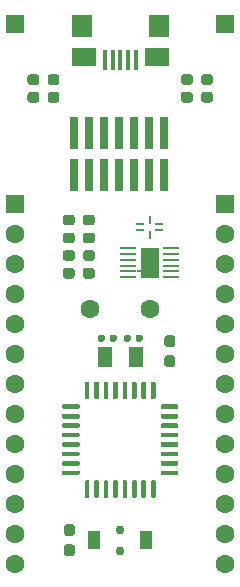
<source format=gts>
G04 #@! TF.GenerationSoftware,KiCad,Pcbnew,(5.1.9-0-10_14)*
G04 #@! TF.CreationDate,2021-06-20T22:22:13+09:00*
G04 #@! TF.ProjectId,EB-STM32L412KB,45422d53-544d-4333-924c-3431324b422e,V1.0*
G04 #@! TF.SameCoordinates,Original*
G04 #@! TF.FileFunction,Soldermask,Top*
G04 #@! TF.FilePolarity,Negative*
%FSLAX46Y46*%
G04 Gerber Fmt 4.6, Leading zero omitted, Abs format (unit mm)*
G04 Created by KiCad (PCBNEW (5.1.9-0-10_14)) date 2021-06-20 22:22:13*
%MOMM*%
%LPD*%
G01*
G04 APERTURE LIST*
%ADD10R,0.650000X2.770000*%
%ADD11C,1.600000*%
%ADD12R,1.600000X1.600000*%
%ADD13R,1.200000X1.800000*%
%ADD14R,1.500000X2.500000*%
%ADD15R,1.400000X0.150000*%
%ADD16R,0.350000X0.150000*%
%ADD17R,0.675000X0.200000*%
%ADD18R,0.200000X0.700000*%
%ADD19R,1.000000X1.600000*%
%ADD20C,0.750000*%
%ADD21R,1.800000X1.900000*%
%ADD22R,2.100000X1.600000*%
%ADD23R,0.300000X1.750000*%
G04 APERTURE END LIST*
D10*
X-3910000Y2422000D03*
X-3910000Y5978000D03*
X-2640000Y2422000D03*
X-2640000Y5978000D03*
X-1370000Y2422000D03*
X-1370000Y5978000D03*
X-100000Y2422000D03*
X-100000Y5978000D03*
X1170000Y2422000D03*
X1170000Y5978000D03*
X2440000Y2422000D03*
X2440000Y5978000D03*
X3710000Y2422000D03*
X3710000Y5978000D03*
D11*
X2540000Y-8890000D03*
X-2540000Y-8890000D03*
D12*
X8890000Y15240000D03*
X-8890000Y15240000D03*
D13*
X1300000Y-13000000D03*
X-1300000Y-13000000D03*
G36*
G01*
X2700000Y-15075000D02*
X2900000Y-15075000D01*
G75*
G02*
X3000000Y-15175000I0J-100000D01*
G01*
X3000000Y-16475000D01*
G75*
G02*
X2900000Y-16575000I-100000J0D01*
G01*
X2700000Y-16575000D01*
G75*
G02*
X2600000Y-16475000I0J100000D01*
G01*
X2600000Y-15175000D01*
G75*
G02*
X2700000Y-15075000I100000J0D01*
G01*
G37*
G36*
G01*
X1900000Y-15075000D02*
X2100000Y-15075000D01*
G75*
G02*
X2200000Y-15175000I0J-100000D01*
G01*
X2200000Y-16475000D01*
G75*
G02*
X2100000Y-16575000I-100000J0D01*
G01*
X1900000Y-16575000D01*
G75*
G02*
X1800000Y-16475000I0J100000D01*
G01*
X1800000Y-15175000D01*
G75*
G02*
X1900000Y-15075000I100000J0D01*
G01*
G37*
G36*
G01*
X1100000Y-15075000D02*
X1300000Y-15075000D01*
G75*
G02*
X1400000Y-15175000I0J-100000D01*
G01*
X1400000Y-16475000D01*
G75*
G02*
X1300000Y-16575000I-100000J0D01*
G01*
X1100000Y-16575000D01*
G75*
G02*
X1000000Y-16475000I0J100000D01*
G01*
X1000000Y-15175000D01*
G75*
G02*
X1100000Y-15075000I100000J0D01*
G01*
G37*
G36*
G01*
X300000Y-15075000D02*
X500000Y-15075000D01*
G75*
G02*
X600000Y-15175000I0J-100000D01*
G01*
X600000Y-16475000D01*
G75*
G02*
X500000Y-16575000I-100000J0D01*
G01*
X300000Y-16575000D01*
G75*
G02*
X200000Y-16475000I0J100000D01*
G01*
X200000Y-15175000D01*
G75*
G02*
X300000Y-15075000I100000J0D01*
G01*
G37*
G36*
G01*
X-500000Y-15075000D02*
X-300000Y-15075000D01*
G75*
G02*
X-200000Y-15175000I0J-100000D01*
G01*
X-200000Y-16475000D01*
G75*
G02*
X-300000Y-16575000I-100000J0D01*
G01*
X-500000Y-16575000D01*
G75*
G02*
X-600000Y-16475000I0J100000D01*
G01*
X-600000Y-15175000D01*
G75*
G02*
X-500000Y-15075000I100000J0D01*
G01*
G37*
G36*
G01*
X-1300000Y-15075000D02*
X-1100000Y-15075000D01*
G75*
G02*
X-1000000Y-15175000I0J-100000D01*
G01*
X-1000000Y-16475000D01*
G75*
G02*
X-1100000Y-16575000I-100000J0D01*
G01*
X-1300000Y-16575000D01*
G75*
G02*
X-1400000Y-16475000I0J100000D01*
G01*
X-1400000Y-15175000D01*
G75*
G02*
X-1300000Y-15075000I100000J0D01*
G01*
G37*
G36*
G01*
X-2100000Y-15075000D02*
X-1900000Y-15075000D01*
G75*
G02*
X-1800000Y-15175000I0J-100000D01*
G01*
X-1800000Y-16475000D01*
G75*
G02*
X-1900000Y-16575000I-100000J0D01*
G01*
X-2100000Y-16575000D01*
G75*
G02*
X-2200000Y-16475000I0J100000D01*
G01*
X-2200000Y-15175000D01*
G75*
G02*
X-2100000Y-15075000I100000J0D01*
G01*
G37*
G36*
G01*
X-2900000Y-15075000D02*
X-2700000Y-15075000D01*
G75*
G02*
X-2600000Y-15175000I0J-100000D01*
G01*
X-2600000Y-16475000D01*
G75*
G02*
X-2700000Y-16575000I-100000J0D01*
G01*
X-2900000Y-16575000D01*
G75*
G02*
X-3000000Y-16475000I0J100000D01*
G01*
X-3000000Y-15175000D01*
G75*
G02*
X-2900000Y-15075000I100000J0D01*
G01*
G37*
G36*
G01*
X-4825000Y-17000000D02*
X-3525000Y-17000000D01*
G75*
G02*
X-3425000Y-17100000I0J-100000D01*
G01*
X-3425000Y-17300000D01*
G75*
G02*
X-3525000Y-17400000I-100000J0D01*
G01*
X-4825000Y-17400000D01*
G75*
G02*
X-4925000Y-17300000I0J100000D01*
G01*
X-4925000Y-17100000D01*
G75*
G02*
X-4825000Y-17000000I100000J0D01*
G01*
G37*
G36*
G01*
X-4825000Y-17800000D02*
X-3525000Y-17800000D01*
G75*
G02*
X-3425000Y-17900000I0J-100000D01*
G01*
X-3425000Y-18100000D01*
G75*
G02*
X-3525000Y-18200000I-100000J0D01*
G01*
X-4825000Y-18200000D01*
G75*
G02*
X-4925000Y-18100000I0J100000D01*
G01*
X-4925000Y-17900000D01*
G75*
G02*
X-4825000Y-17800000I100000J0D01*
G01*
G37*
G36*
G01*
X-4825000Y-18600000D02*
X-3525000Y-18600000D01*
G75*
G02*
X-3425000Y-18700000I0J-100000D01*
G01*
X-3425000Y-18900000D01*
G75*
G02*
X-3525000Y-19000000I-100000J0D01*
G01*
X-4825000Y-19000000D01*
G75*
G02*
X-4925000Y-18900000I0J100000D01*
G01*
X-4925000Y-18700000D01*
G75*
G02*
X-4825000Y-18600000I100000J0D01*
G01*
G37*
G36*
G01*
X-4825000Y-19400000D02*
X-3525000Y-19400000D01*
G75*
G02*
X-3425000Y-19500000I0J-100000D01*
G01*
X-3425000Y-19700000D01*
G75*
G02*
X-3525000Y-19800000I-100000J0D01*
G01*
X-4825000Y-19800000D01*
G75*
G02*
X-4925000Y-19700000I0J100000D01*
G01*
X-4925000Y-19500000D01*
G75*
G02*
X-4825000Y-19400000I100000J0D01*
G01*
G37*
G36*
G01*
X-4825000Y-20200000D02*
X-3525000Y-20200000D01*
G75*
G02*
X-3425000Y-20300000I0J-100000D01*
G01*
X-3425000Y-20500000D01*
G75*
G02*
X-3525000Y-20600000I-100000J0D01*
G01*
X-4825000Y-20600000D01*
G75*
G02*
X-4925000Y-20500000I0J100000D01*
G01*
X-4925000Y-20300000D01*
G75*
G02*
X-4825000Y-20200000I100000J0D01*
G01*
G37*
G36*
G01*
X-4825000Y-21000000D02*
X-3525000Y-21000000D01*
G75*
G02*
X-3425000Y-21100000I0J-100000D01*
G01*
X-3425000Y-21300000D01*
G75*
G02*
X-3525000Y-21400000I-100000J0D01*
G01*
X-4825000Y-21400000D01*
G75*
G02*
X-4925000Y-21300000I0J100000D01*
G01*
X-4925000Y-21100000D01*
G75*
G02*
X-4825000Y-21000000I100000J0D01*
G01*
G37*
G36*
G01*
X-4825000Y-21800000D02*
X-3525000Y-21800000D01*
G75*
G02*
X-3425000Y-21900000I0J-100000D01*
G01*
X-3425000Y-22100000D01*
G75*
G02*
X-3525000Y-22200000I-100000J0D01*
G01*
X-4825000Y-22200000D01*
G75*
G02*
X-4925000Y-22100000I0J100000D01*
G01*
X-4925000Y-21900000D01*
G75*
G02*
X-4825000Y-21800000I100000J0D01*
G01*
G37*
G36*
G01*
X-4825000Y-22600000D02*
X-3525000Y-22600000D01*
G75*
G02*
X-3425000Y-22700000I0J-100000D01*
G01*
X-3425000Y-22900000D01*
G75*
G02*
X-3525000Y-23000000I-100000J0D01*
G01*
X-4825000Y-23000000D01*
G75*
G02*
X-4925000Y-22900000I0J100000D01*
G01*
X-4925000Y-22700000D01*
G75*
G02*
X-4825000Y-22600000I100000J0D01*
G01*
G37*
G36*
G01*
X-2900000Y-23425000D02*
X-2700000Y-23425000D01*
G75*
G02*
X-2600000Y-23525000I0J-100000D01*
G01*
X-2600000Y-24825000D01*
G75*
G02*
X-2700000Y-24925000I-100000J0D01*
G01*
X-2900000Y-24925000D01*
G75*
G02*
X-3000000Y-24825000I0J100000D01*
G01*
X-3000000Y-23525000D01*
G75*
G02*
X-2900000Y-23425000I100000J0D01*
G01*
G37*
G36*
G01*
X-2100000Y-23425000D02*
X-1900000Y-23425000D01*
G75*
G02*
X-1800000Y-23525000I0J-100000D01*
G01*
X-1800000Y-24825000D01*
G75*
G02*
X-1900000Y-24925000I-100000J0D01*
G01*
X-2100000Y-24925000D01*
G75*
G02*
X-2200000Y-24825000I0J100000D01*
G01*
X-2200000Y-23525000D01*
G75*
G02*
X-2100000Y-23425000I100000J0D01*
G01*
G37*
G36*
G01*
X-1300000Y-23425000D02*
X-1100000Y-23425000D01*
G75*
G02*
X-1000000Y-23525000I0J-100000D01*
G01*
X-1000000Y-24825000D01*
G75*
G02*
X-1100000Y-24925000I-100000J0D01*
G01*
X-1300000Y-24925000D01*
G75*
G02*
X-1400000Y-24825000I0J100000D01*
G01*
X-1400000Y-23525000D01*
G75*
G02*
X-1300000Y-23425000I100000J0D01*
G01*
G37*
G36*
G01*
X-500000Y-23425000D02*
X-300000Y-23425000D01*
G75*
G02*
X-200000Y-23525000I0J-100000D01*
G01*
X-200000Y-24825000D01*
G75*
G02*
X-300000Y-24925000I-100000J0D01*
G01*
X-500000Y-24925000D01*
G75*
G02*
X-600000Y-24825000I0J100000D01*
G01*
X-600000Y-23525000D01*
G75*
G02*
X-500000Y-23425000I100000J0D01*
G01*
G37*
G36*
G01*
X300000Y-23425000D02*
X500000Y-23425000D01*
G75*
G02*
X600000Y-23525000I0J-100000D01*
G01*
X600000Y-24825000D01*
G75*
G02*
X500000Y-24925000I-100000J0D01*
G01*
X300000Y-24925000D01*
G75*
G02*
X200000Y-24825000I0J100000D01*
G01*
X200000Y-23525000D01*
G75*
G02*
X300000Y-23425000I100000J0D01*
G01*
G37*
G36*
G01*
X1100000Y-23425000D02*
X1300000Y-23425000D01*
G75*
G02*
X1400000Y-23525000I0J-100000D01*
G01*
X1400000Y-24825000D01*
G75*
G02*
X1300000Y-24925000I-100000J0D01*
G01*
X1100000Y-24925000D01*
G75*
G02*
X1000000Y-24825000I0J100000D01*
G01*
X1000000Y-23525000D01*
G75*
G02*
X1100000Y-23425000I100000J0D01*
G01*
G37*
G36*
G01*
X1900000Y-23425000D02*
X2100000Y-23425000D01*
G75*
G02*
X2200000Y-23525000I0J-100000D01*
G01*
X2200000Y-24825000D01*
G75*
G02*
X2100000Y-24925000I-100000J0D01*
G01*
X1900000Y-24925000D01*
G75*
G02*
X1800000Y-24825000I0J100000D01*
G01*
X1800000Y-23525000D01*
G75*
G02*
X1900000Y-23425000I100000J0D01*
G01*
G37*
G36*
G01*
X2700000Y-23425000D02*
X2900000Y-23425000D01*
G75*
G02*
X3000000Y-23525000I0J-100000D01*
G01*
X3000000Y-24825000D01*
G75*
G02*
X2900000Y-24925000I-100000J0D01*
G01*
X2700000Y-24925000D01*
G75*
G02*
X2600000Y-24825000I0J100000D01*
G01*
X2600000Y-23525000D01*
G75*
G02*
X2700000Y-23425000I100000J0D01*
G01*
G37*
G36*
G01*
X3525000Y-22600000D02*
X4825000Y-22600000D01*
G75*
G02*
X4925000Y-22700000I0J-100000D01*
G01*
X4925000Y-22900000D01*
G75*
G02*
X4825000Y-23000000I-100000J0D01*
G01*
X3525000Y-23000000D01*
G75*
G02*
X3425000Y-22900000I0J100000D01*
G01*
X3425000Y-22700000D01*
G75*
G02*
X3525000Y-22600000I100000J0D01*
G01*
G37*
G36*
G01*
X3525000Y-21800000D02*
X4825000Y-21800000D01*
G75*
G02*
X4925000Y-21900000I0J-100000D01*
G01*
X4925000Y-22100000D01*
G75*
G02*
X4825000Y-22200000I-100000J0D01*
G01*
X3525000Y-22200000D01*
G75*
G02*
X3425000Y-22100000I0J100000D01*
G01*
X3425000Y-21900000D01*
G75*
G02*
X3525000Y-21800000I100000J0D01*
G01*
G37*
G36*
G01*
X3525000Y-21000000D02*
X4825000Y-21000000D01*
G75*
G02*
X4925000Y-21100000I0J-100000D01*
G01*
X4925000Y-21300000D01*
G75*
G02*
X4825000Y-21400000I-100000J0D01*
G01*
X3525000Y-21400000D01*
G75*
G02*
X3425000Y-21300000I0J100000D01*
G01*
X3425000Y-21100000D01*
G75*
G02*
X3525000Y-21000000I100000J0D01*
G01*
G37*
G36*
G01*
X3525000Y-20200000D02*
X4825000Y-20200000D01*
G75*
G02*
X4925000Y-20300000I0J-100000D01*
G01*
X4925000Y-20500000D01*
G75*
G02*
X4825000Y-20600000I-100000J0D01*
G01*
X3525000Y-20600000D01*
G75*
G02*
X3425000Y-20500000I0J100000D01*
G01*
X3425000Y-20300000D01*
G75*
G02*
X3525000Y-20200000I100000J0D01*
G01*
G37*
G36*
G01*
X3525000Y-19400000D02*
X4825000Y-19400000D01*
G75*
G02*
X4925000Y-19500000I0J-100000D01*
G01*
X4925000Y-19700000D01*
G75*
G02*
X4825000Y-19800000I-100000J0D01*
G01*
X3525000Y-19800000D01*
G75*
G02*
X3425000Y-19700000I0J100000D01*
G01*
X3425000Y-19500000D01*
G75*
G02*
X3525000Y-19400000I100000J0D01*
G01*
G37*
G36*
G01*
X3525000Y-18600000D02*
X4825000Y-18600000D01*
G75*
G02*
X4925000Y-18700000I0J-100000D01*
G01*
X4925000Y-18900000D01*
G75*
G02*
X4825000Y-19000000I-100000J0D01*
G01*
X3525000Y-19000000D01*
G75*
G02*
X3425000Y-18900000I0J100000D01*
G01*
X3425000Y-18700000D01*
G75*
G02*
X3525000Y-18600000I100000J0D01*
G01*
G37*
G36*
G01*
X3525000Y-17800000D02*
X4825000Y-17800000D01*
G75*
G02*
X4925000Y-17900000I0J-100000D01*
G01*
X4925000Y-18100000D01*
G75*
G02*
X4825000Y-18200000I-100000J0D01*
G01*
X3525000Y-18200000D01*
G75*
G02*
X3425000Y-18100000I0J100000D01*
G01*
X3425000Y-17900000D01*
G75*
G02*
X3525000Y-17800000I100000J0D01*
G01*
G37*
G36*
G01*
X3525000Y-17000000D02*
X4825000Y-17000000D01*
G75*
G02*
X4925000Y-17100000I0J-100000D01*
G01*
X4925000Y-17300000D01*
G75*
G02*
X4825000Y-17400000I-100000J0D01*
G01*
X3525000Y-17400000D01*
G75*
G02*
X3425000Y-17300000I0J100000D01*
G01*
X3425000Y-17100000D01*
G75*
G02*
X3525000Y-17000000I100000J0D01*
G01*
G37*
D14*
X2500000Y-5000000D03*
D15*
X4300000Y-3750000D03*
X4300000Y-4250000D03*
X4300000Y-4750000D03*
X4300000Y-5250000D03*
X4300000Y-5750000D03*
X4300000Y-6250000D03*
X700000Y-6250000D03*
X700000Y-5750000D03*
X700000Y-5250000D03*
X700000Y-4750000D03*
X700000Y-4250000D03*
X700000Y-3750000D03*
D16*
X1575000Y-5750000D03*
D17*
X1712500Y-2275000D03*
X1712500Y-1725000D03*
D18*
X2500000Y-1350000D03*
D17*
X3287500Y-1725000D03*
X3287500Y-2275000D03*
D18*
X2500000Y-2650000D03*
D19*
X-2200000Y-28500000D03*
X2200000Y-28500000D03*
D20*
X0Y-29400000D03*
X0Y-27600000D03*
G36*
G01*
X-2150000Y-4175000D02*
X-2150000Y-4625000D01*
G75*
G02*
X-2375000Y-4850000I-225000J0D01*
G01*
X-2925000Y-4850000D01*
G75*
G02*
X-3150000Y-4625000I0J225000D01*
G01*
X-3150000Y-4175000D01*
G75*
G02*
X-2925000Y-3950000I225000J0D01*
G01*
X-2375000Y-3950000D01*
G75*
G02*
X-2150000Y-4175000I0J-225000D01*
G01*
G37*
G36*
G01*
X-3850000Y-4175000D02*
X-3850000Y-4625000D01*
G75*
G02*
X-4075000Y-4850000I-225000J0D01*
G01*
X-4625000Y-4850000D01*
G75*
G02*
X-4850000Y-4625000I0J225000D01*
G01*
X-4850000Y-4175000D01*
G75*
G02*
X-4625000Y-3950000I225000J0D01*
G01*
X-4075000Y-3950000D01*
G75*
G02*
X-3850000Y-4175000I0J-225000D01*
G01*
G37*
G36*
G01*
X-7850000Y8775000D02*
X-7850000Y9225000D01*
G75*
G02*
X-7625000Y9450000I225000J0D01*
G01*
X-7075000Y9450000D01*
G75*
G02*
X-6850000Y9225000I0J-225000D01*
G01*
X-6850000Y8775000D01*
G75*
G02*
X-7075000Y8550000I-225000J0D01*
G01*
X-7625000Y8550000D01*
G75*
G02*
X-7850000Y8775000I0J225000D01*
G01*
G37*
G36*
G01*
X-6150000Y8775000D02*
X-6150000Y9225000D01*
G75*
G02*
X-5925000Y9450000I225000J0D01*
G01*
X-5375000Y9450000D01*
G75*
G02*
X-5150000Y9225000I0J-225000D01*
G01*
X-5150000Y8775000D01*
G75*
G02*
X-5375000Y8550000I-225000J0D01*
G01*
X-5925000Y8550000D01*
G75*
G02*
X-6150000Y8775000I0J225000D01*
G01*
G37*
G36*
G01*
X5150000Y8775000D02*
X5150000Y9225000D01*
G75*
G02*
X5375000Y9450000I225000J0D01*
G01*
X5925000Y9450000D01*
G75*
G02*
X6150000Y9225000I0J-225000D01*
G01*
X6150000Y8775000D01*
G75*
G02*
X5925000Y8550000I-225000J0D01*
G01*
X5375000Y8550000D01*
G75*
G02*
X5150000Y8775000I0J225000D01*
G01*
G37*
G36*
G01*
X6850000Y8775000D02*
X6850000Y9225000D01*
G75*
G02*
X7075000Y9450000I225000J0D01*
G01*
X7625000Y9450000D01*
G75*
G02*
X7850000Y9225000I0J-225000D01*
G01*
X7850000Y8775000D01*
G75*
G02*
X7625000Y8550000I-225000J0D01*
G01*
X7075000Y8550000D01*
G75*
G02*
X6850000Y8775000I0J225000D01*
G01*
G37*
D11*
X8890000Y-30480000D03*
X8890000Y-27940000D03*
X8890000Y-25400000D03*
X8890000Y-22860000D03*
X8890000Y-20320000D03*
X8890000Y-17780000D03*
X8890000Y-15240000D03*
X8890000Y-12700000D03*
X8890000Y-10160000D03*
X8890000Y-7620000D03*
X8890000Y-5080000D03*
X8890000Y-2540000D03*
D12*
X8890000Y0D03*
D11*
X-8890000Y-30480000D03*
X-8890000Y-27940000D03*
X-8890000Y-25400000D03*
X-8890000Y-22860000D03*
X-8890000Y-20320000D03*
X-8890000Y-17780000D03*
X-8890000Y-15240000D03*
X-8890000Y-12700000D03*
X-8890000Y-10160000D03*
X-8890000Y-7620000D03*
X-8890000Y-5080000D03*
X-8890000Y-2540000D03*
D12*
X-8890000Y0D03*
D21*
X-3250000Y15000000D03*
X3250000Y15000000D03*
D22*
X-3100000Y12450000D03*
X3100000Y12450000D03*
D23*
X-1300000Y12125000D03*
X-650000Y12125000D03*
X0Y12125000D03*
X650000Y12125000D03*
X1300000Y12125000D03*
G36*
G01*
X7850000Y10725000D02*
X7850000Y10275000D01*
G75*
G02*
X7625000Y10050000I-225000J0D01*
G01*
X7075000Y10050000D01*
G75*
G02*
X6850000Y10275000I0J225000D01*
G01*
X6850000Y10725000D01*
G75*
G02*
X7075000Y10950000I225000J0D01*
G01*
X7625000Y10950000D01*
G75*
G02*
X7850000Y10725000I0J-225000D01*
G01*
G37*
G36*
G01*
X6150000Y10725000D02*
X6150000Y10275000D01*
G75*
G02*
X5925000Y10050000I-225000J0D01*
G01*
X5375000Y10050000D01*
G75*
G02*
X5150000Y10275000I0J225000D01*
G01*
X5150000Y10725000D01*
G75*
G02*
X5375000Y10950000I225000J0D01*
G01*
X5925000Y10950000D01*
G75*
G02*
X6150000Y10725000I0J-225000D01*
G01*
G37*
G36*
G01*
X-2150000Y-5675000D02*
X-2150000Y-6125000D01*
G75*
G02*
X-2375000Y-6350000I-225000J0D01*
G01*
X-2925000Y-6350000D01*
G75*
G02*
X-3150000Y-6125000I0J225000D01*
G01*
X-3150000Y-5675000D01*
G75*
G02*
X-2925000Y-5450000I225000J0D01*
G01*
X-2375000Y-5450000D01*
G75*
G02*
X-2150000Y-5675000I0J-225000D01*
G01*
G37*
G36*
G01*
X-3850000Y-5675000D02*
X-3850000Y-6125000D01*
G75*
G02*
X-4075000Y-6350000I-225000J0D01*
G01*
X-4625000Y-6350000D01*
G75*
G02*
X-4850000Y-6125000I0J225000D01*
G01*
X-4850000Y-5675000D01*
G75*
G02*
X-4625000Y-5450000I225000J0D01*
G01*
X-4075000Y-5450000D01*
G75*
G02*
X-3850000Y-5675000I0J-225000D01*
G01*
G37*
G36*
G01*
X-5150000Y10725000D02*
X-5150000Y10275000D01*
G75*
G02*
X-5375000Y10050000I-225000J0D01*
G01*
X-5925000Y10050000D01*
G75*
G02*
X-6150000Y10275000I0J225000D01*
G01*
X-6150000Y10725000D01*
G75*
G02*
X-5925000Y10950000I225000J0D01*
G01*
X-5375000Y10950000D01*
G75*
G02*
X-5150000Y10725000I0J-225000D01*
G01*
G37*
G36*
G01*
X-6850000Y10725000D02*
X-6850000Y10275000D01*
G75*
G02*
X-7075000Y10050000I-225000J0D01*
G01*
X-7625000Y10050000D01*
G75*
G02*
X-7850000Y10275000I0J225000D01*
G01*
X-7850000Y10725000D01*
G75*
G02*
X-7625000Y10950000I225000J0D01*
G01*
X-7075000Y10950000D01*
G75*
G02*
X-6850000Y10725000I0J-225000D01*
G01*
G37*
G36*
G01*
X-1900000Y-11550000D02*
X-1900000Y-11250000D01*
G75*
G02*
X-1750000Y-11100000I150000J0D01*
G01*
X-1450000Y-11100000D01*
G75*
G02*
X-1300000Y-11250000I0J-150000D01*
G01*
X-1300000Y-11550000D01*
G75*
G02*
X-1450000Y-11700000I-150000J0D01*
G01*
X-1750000Y-11700000D01*
G75*
G02*
X-1900000Y-11550000I0J150000D01*
G01*
G37*
G36*
G01*
X-900000Y-11550000D02*
X-900000Y-11250000D01*
G75*
G02*
X-750000Y-11100000I150000J0D01*
G01*
X-450000Y-11100000D01*
G75*
G02*
X-300000Y-11250000I0J-150000D01*
G01*
X-300000Y-11550000D01*
G75*
G02*
X-450000Y-11700000I-150000J0D01*
G01*
X-750000Y-11700000D01*
G75*
G02*
X-900000Y-11550000I0J150000D01*
G01*
G37*
G36*
G01*
X1900000Y-11250000D02*
X1900000Y-11550000D01*
G75*
G02*
X1750000Y-11700000I-150000J0D01*
G01*
X1450000Y-11700000D01*
G75*
G02*
X1300000Y-11550000I0J150000D01*
G01*
X1300000Y-11250000D01*
G75*
G02*
X1450000Y-11100000I150000J0D01*
G01*
X1750000Y-11100000D01*
G75*
G02*
X1900000Y-11250000I0J-150000D01*
G01*
G37*
G36*
G01*
X900000Y-11250000D02*
X900000Y-11550000D01*
G75*
G02*
X750000Y-11700000I-150000J0D01*
G01*
X450000Y-11700000D01*
G75*
G02*
X300000Y-11550000I0J150000D01*
G01*
X300000Y-11250000D01*
G75*
G02*
X450000Y-11100000I150000J0D01*
G01*
X750000Y-11100000D01*
G75*
G02*
X900000Y-11250000I0J-150000D01*
G01*
G37*
G36*
G01*
X-4525000Y-27150000D02*
X-4075000Y-27150000D01*
G75*
G02*
X-3850000Y-27375000I0J-225000D01*
G01*
X-3850000Y-27925000D01*
G75*
G02*
X-4075000Y-28150000I-225000J0D01*
G01*
X-4525000Y-28150000D01*
G75*
G02*
X-4750000Y-27925000I0J225000D01*
G01*
X-4750000Y-27375000D01*
G75*
G02*
X-4525000Y-27150000I225000J0D01*
G01*
G37*
G36*
G01*
X-4525000Y-28850000D02*
X-4075000Y-28850000D01*
G75*
G02*
X-3850000Y-29075000I0J-225000D01*
G01*
X-3850000Y-29625000D01*
G75*
G02*
X-4075000Y-29850000I-225000J0D01*
G01*
X-4525000Y-29850000D01*
G75*
G02*
X-4750000Y-29625000I0J225000D01*
G01*
X-4750000Y-29075000D01*
G75*
G02*
X-4525000Y-28850000I225000J0D01*
G01*
G37*
G36*
G01*
X3975000Y-11150000D02*
X4425000Y-11150000D01*
G75*
G02*
X4650000Y-11375000I0J-225000D01*
G01*
X4650000Y-11925000D01*
G75*
G02*
X4425000Y-12150000I-225000J0D01*
G01*
X3975000Y-12150000D01*
G75*
G02*
X3750000Y-11925000I0J225000D01*
G01*
X3750000Y-11375000D01*
G75*
G02*
X3975000Y-11150000I225000J0D01*
G01*
G37*
G36*
G01*
X3975000Y-12850000D02*
X4425000Y-12850000D01*
G75*
G02*
X4650000Y-13075000I0J-225000D01*
G01*
X4650000Y-13625000D01*
G75*
G02*
X4425000Y-13850000I-225000J0D01*
G01*
X3975000Y-13850000D01*
G75*
G02*
X3750000Y-13625000I0J225000D01*
G01*
X3750000Y-13075000D01*
G75*
G02*
X3975000Y-12850000I225000J0D01*
G01*
G37*
G36*
G01*
X-2150000Y-1175000D02*
X-2150000Y-1625000D01*
G75*
G02*
X-2375000Y-1850000I-225000J0D01*
G01*
X-2925000Y-1850000D01*
G75*
G02*
X-3150000Y-1625000I0J225000D01*
G01*
X-3150000Y-1175000D01*
G75*
G02*
X-2925000Y-950000I225000J0D01*
G01*
X-2375000Y-950000D01*
G75*
G02*
X-2150000Y-1175000I0J-225000D01*
G01*
G37*
G36*
G01*
X-3850000Y-1175000D02*
X-3850000Y-1625000D01*
G75*
G02*
X-4075000Y-1850000I-225000J0D01*
G01*
X-4625000Y-1850000D01*
G75*
G02*
X-4850000Y-1625000I0J225000D01*
G01*
X-4850000Y-1175000D01*
G75*
G02*
X-4625000Y-950000I225000J0D01*
G01*
X-4075000Y-950000D01*
G75*
G02*
X-3850000Y-1175000I0J-225000D01*
G01*
G37*
G36*
G01*
X-2150000Y-2675000D02*
X-2150000Y-3125000D01*
G75*
G02*
X-2375000Y-3350000I-225000J0D01*
G01*
X-2925000Y-3350000D01*
G75*
G02*
X-3150000Y-3125000I0J225000D01*
G01*
X-3150000Y-2675000D01*
G75*
G02*
X-2925000Y-2450000I225000J0D01*
G01*
X-2375000Y-2450000D01*
G75*
G02*
X-2150000Y-2675000I0J-225000D01*
G01*
G37*
G36*
G01*
X-3850000Y-2675000D02*
X-3850000Y-3125000D01*
G75*
G02*
X-4075000Y-3350000I-225000J0D01*
G01*
X-4625000Y-3350000D01*
G75*
G02*
X-4850000Y-3125000I0J225000D01*
G01*
X-4850000Y-2675000D01*
G75*
G02*
X-4625000Y-2450000I225000J0D01*
G01*
X-4075000Y-2450000D01*
G75*
G02*
X-3850000Y-2675000I0J-225000D01*
G01*
G37*
M02*

</source>
